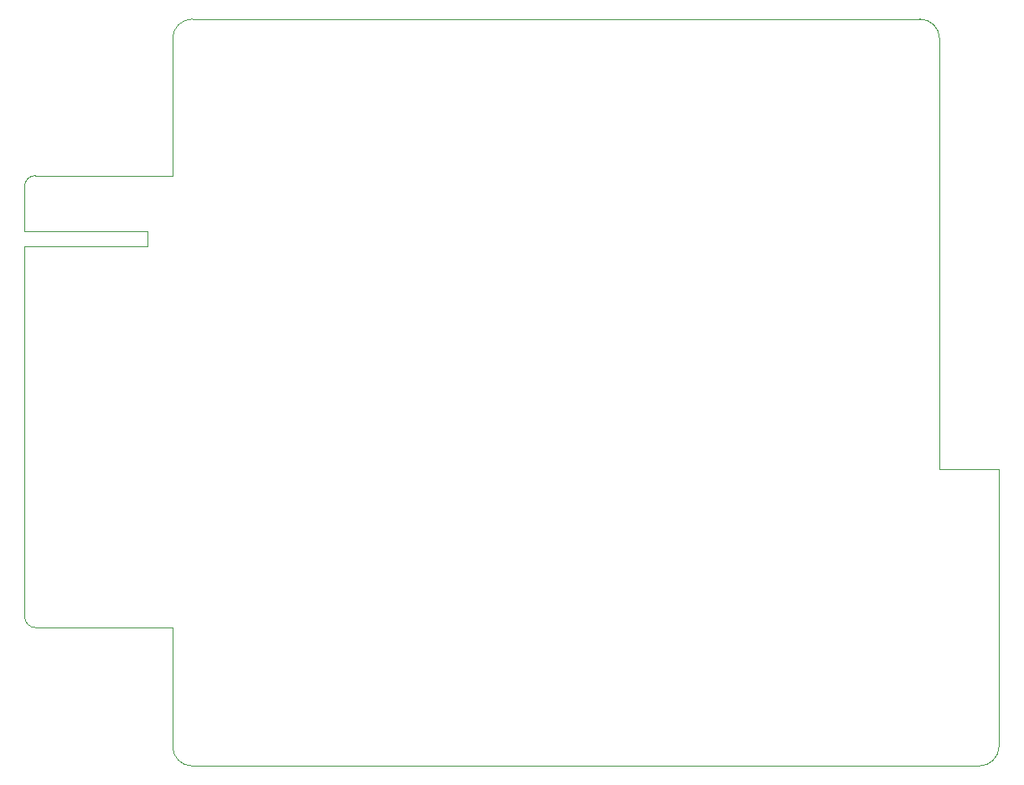
<source format=gbr>
%TF.GenerationSoftware,KiCad,Pcbnew,9.0.5-1.fc42*%
%TF.CreationDate,2025-10-21T19:00:52+02:00*%
%TF.ProjectId,SweFlopsMini8,53776546-6c6f-4707-934d-696e69382e6b,1.03*%
%TF.SameCoordinates,PX5243920PY1cca9b0*%
%TF.FileFunction,Profile,NP*%
%FSLAX46Y46*%
G04 Gerber Fmt 4.6, Leading zero omitted, Abs format (unit mm)*
G04 Created by KiCad (PCBNEW 9.0.5-1.fc42) date 2025-10-21 19:00:52*
%MOMM*%
%LPD*%
G01*
G04 APERTURE LIST*
%TA.AperFunction,Profile*%
%ADD10C,0.050000*%
%TD*%
%TA.AperFunction,Profile*%
%ADD11C,0.100000*%
%TD*%
G04 APERTURE END LIST*
D10*
X-28208300Y-46784700D02*
X-15825800Y-46784700D01*
X-13260000Y-86802400D02*
X-13260000Y-98810000D01*
X-28208300Y-85722900D02*
X-28208300Y-48245200D01*
X-15825800Y-46784700D02*
X-15825800Y-48245200D01*
X-11260000Y-100810000D02*
G75*
G02*
X-13260000Y-98810000I0J2000000D01*
G01*
X-27128800Y-86802400D02*
G75*
G02*
X-28208300Y-85722900I0J1079500D01*
G01*
X-27128800Y-41133200D02*
X-13260000Y-41133200D01*
D11*
X64240000Y-70810000D02*
X64240000Y-27310000D01*
D10*
X-11260000Y-100810000D02*
X68240000Y-100810000D01*
X-27128800Y-86802400D02*
X-13260000Y-86802400D01*
X-13260000Y-27310000D02*
G75*
G02*
X-11260000Y-25310000I2000000J0D01*
G01*
X-28208300Y-42212700D02*
X-28208300Y-46784700D01*
X-11260000Y-25310000D02*
X62240000Y-25310000D01*
X70240000Y-98810000D02*
X70240000Y-70810000D01*
X62240000Y-25310000D02*
G75*
G02*
X64240000Y-27310000I0J-2000000D01*
G01*
X-28208300Y-42212700D02*
G75*
G02*
X-27128800Y-41133200I1079500J0D01*
G01*
D11*
X70240000Y-70810000D02*
X64240000Y-70810000D01*
D10*
X70240000Y-98810000D02*
G75*
G02*
X68240000Y-100810000I-2000000J0D01*
G01*
X-13260000Y-27310000D02*
X-13260000Y-41133200D01*
X-28208300Y-48245200D02*
X-15825800Y-48245200D01*
M02*

</source>
